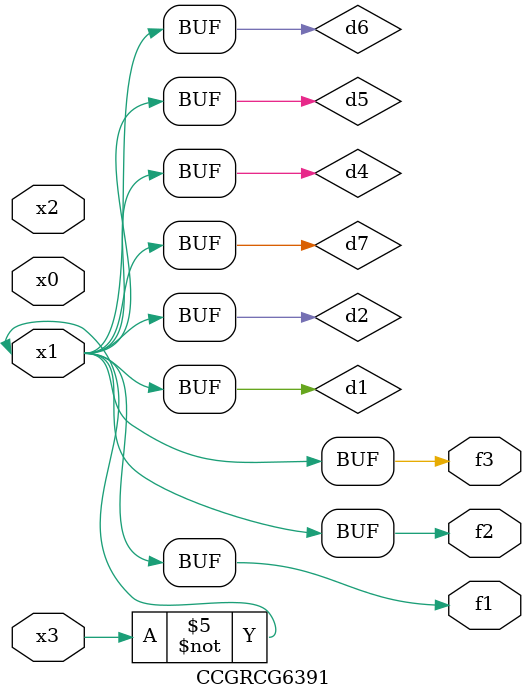
<source format=v>
module CCGRCG6391(
	input x0, x1, x2, x3,
	output f1, f2, f3
);

	wire d1, d2, d3, d4, d5, d6, d7;

	not (d1, x3);
	buf (d2, x1);
	xnor (d3, d1, d2);
	nor (d4, d1);
	buf (d5, d1, d2);
	buf (d6, d4, d5);
	nand (d7, d4);
	assign f1 = d6;
	assign f2 = d7;
	assign f3 = d6;
endmodule

</source>
